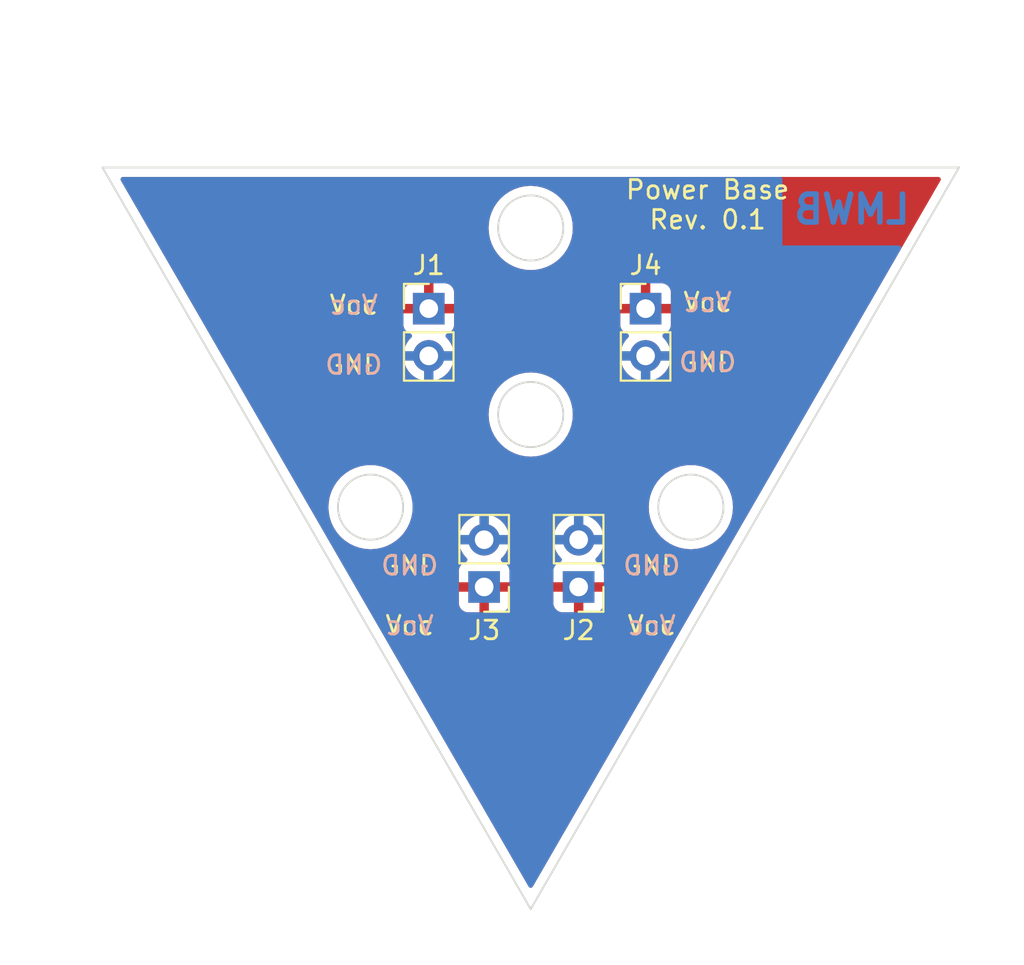
<source format=kicad_pcb>
(kicad_pcb (version 20240108) (generator "pcbnew") (generator_version "8.0")
  (layers (0 "F.Cu" signal) (31 "B.Cu" signal) (34 "B.Paste" user) (35 "F.Paste" user) (36 "B.SilkS" user "B.Silkscreen") (37 "F.SilkS" user "F.Silkscreen") (38 "B.Mask" user) (39 "F.Mask" user) (44 "Edge.Cuts" user))
  (net 0 "")
  (net 1 "+12V")
  (net 2 "GND")
  (footprint "Connector_PinHeader_2.54mm:PinHeader_1x02_P2.54mm_Vertical" (layer "F.Cu") (at 123 83.54 180)
    (property "Reference" "J3" (at 0 -2.33 0) (layer "F.SilkS"))
    (property "Value" "Conn_01x02")
    (fp_line (start 1.33 1.27) (end 1.33 3.87) (stroke (width 0.12)) (layer "F.SilkS"))
    (fp_line (start -1.33 3.87) (end 1.33 3.87) (stroke (width 0.12)) (layer "F.SilkS"))
    (fp_line (start -1.33 1.27) (end 1.33 1.27) (stroke (width 0.12)) (layer "F.SilkS"))
    (fp_line (start -1.33 1.27) (end -1.33 3.87) (stroke (width 0.12)) (layer "F.SilkS"))
    (fp_line (start -1.33 0) (end -1.33 -1.33) (stroke (width 0.12)) (layer "F.SilkS"))
    (fp_line (start -1.33 -1.33) (end 0 -1.33) (stroke (width 0.12)) (layer "F.SilkS"))
    (pad "1" thru_hole rect (at 0 0 180) (size 1.7 1.7) (drill 1) (layers "*.Cu" "*.Mask") (net 1 "+12V"))
    (pad "2" thru_hole oval (at 0 2.54 180) (size 1.7 1.7) (drill 1) (layers "*.Cu" "*.Mask") (net 2 "GND"))
  )
  (footprint "Connector_PinHeader_2.54mm:PinHeader_1x02_P2.54mm_Vertical" (layer "F.Cu") (at 120.025 68.585)
    (property "Reference" "J1" (at 0 -2.33 0) (layer "F.SilkS"))
    (property "Value" "Conn_01x02")
    (fp_line (start -1.33 -1.33) (end 0 -1.33) (stroke (width 0.12)) (layer "F.SilkS"))
    (fp_line (start -1.33 0) (end -1.33 -1.33) (stroke (width 0.12)) (layer "F.SilkS"))
    (fp_line (start -1.33 1.27) (end -1.33 3.87) (stroke (width 0.12)) (layer "F.SilkS"))
    (fp_line (start -1.33 1.27) (end 1.33 1.27) (stroke (width 0.12)) (layer "F.SilkS"))
    (fp_line (start -1.33 3.87) (end 1.33 3.87) (stroke (width 0.12)) (layer "F.SilkS"))
    (fp_line (start 1.33 1.27) (end 1.33 3.87) (stroke (width 0.12)) (layer "F.SilkS"))
    (pad "1" thru_hole rect (at 0 0) (size 1.7 1.7) (drill 1) (layers "*.Cu" "*.Mask") (net 1 "+12V"))
    (pad "2" thru_hole oval (at 0 2.54) (size 1.7 1.7) (drill 1) (layers "*.Cu" "*.Mask") (net 2 "GND"))
  )
  (footprint "Connector_PinHeader_2.54mm:PinHeader_1x02_P2.54mm_Vertical" (layer "F.Cu") (at 131.67 68.585)
    (property "Reference" "J4" (at 0 -2.33 0) (layer "F.SilkS"))
    (property "Value" "Conn_01x02")
    (fp_line (start -1.33 -1.33) (end 0 -1.33) (stroke (width 0.12)) (layer "F.SilkS"))
    (fp_line (start -1.33 0) (end -1.33 -1.33) (stroke (width 0.12)) (layer "F.SilkS"))
    (fp_line (start -1.33 1.27) (end -1.33 3.87) (stroke (width 0.12)) (layer "F.SilkS"))
    (fp_line (start -1.33 1.27) (end 1.33 1.27) (stroke (width 0.12)) (layer "F.SilkS"))
    (fp_line (start -1.33 3.87) (end 1.33 3.87) (stroke (width 0.12)) (layer "F.SilkS"))
    (fp_line (start 1.33 1.27) (end 1.33 3.87) (stroke (width 0.12)) (layer "F.SilkS"))
    (pad "1" thru_hole rect (at 0 0) (size 1.7 1.7) (drill 1) (layers "*.Cu" "*.Mask") (net 1 "+12V"))
    (pad "2" thru_hole oval (at 0 2.54) (size 1.7 1.7) (drill 1) (layers "*.Cu" "*.Mask") (net 2 "GND"))
  )
  (footprint "Connector_PinHeader_2.54mm:PinHeader_1x02_P2.54mm_Vertical" (layer "F.Cu") (at 128.075 83.54 180)
    (property "Reference" "J2" (at 0 -2.33 0) (layer "F.SilkS"))
    (property "Value" "Conn_01x02")
    (fp_line (start 1.33 1.27) (end 1.33 3.87) (stroke (width 0.12)) (layer "F.SilkS"))
    (fp_line (start -1.33 3.87) (end 1.33 3.87) (stroke (width 0.12)) (layer "F.SilkS"))
    (fp_line (start -1.33 1.27) (end 1.33 1.27) (stroke (width 0.12)) (layer "F.SilkS"))
    (fp_line (start -1.33 1.27) (end -1.33 3.87) (stroke (width 0.12)) (layer "F.SilkS"))
    (fp_line (start -1.33 0) (end -1.33 -1.33) (stroke (width 0.12)) (layer "F.SilkS"))
    (fp_line (start -1.33 -1.33) (end 0 -1.33) (stroke (width 0.12)) (layer "F.SilkS"))
    (pad "1" thru_hole rect (at 0 0 180) (size 1.7 1.7) (drill 1) (layers "*.Cu" "*.Mask") (net 1 "+12V"))
    (pad "2" thru_hole oval (at 0 2.54 180) (size 1.7 1.7) (drill 1) (layers "*.Cu" "*.Mask") (net 2 "GND"))
  )
  (gr_circle (center 125.5 64.25) (end 127.25 64.25) (stroke (width 0.1)) (fill none) (layer "Edge.Cuts"))
  (gr_circle (center 134.1 79.25) (end 135.85 79.25) (stroke (width 0.1)) (fill none) (layer "Edge.Cuts"))
  (gr_circle (center 125.5 74.275) (end 127.25 74.275) (stroke (width 0.1)) (fill none) (layer "Edge.Cuts"))
  (gr_line (start 148.5 61) (end 102.5 61) (stroke (width 0.1)) (layer "Edge.Cuts"))
  (gr_line (start 125.5 100.85) (end 102.5 61) (stroke (width 0.1)) (layer "Edge.Cuts"))
  (gr_circle (center 116.9 79.25) (end 118.65 79.25) (stroke (width 0.1)) (fill none) (layer "Edge.Cuts"))
  (gr_line (start 148.5 61) (end 125.5 100.85) (stroke (width 0.1)) (layer "Edge.Cuts"))
  (gr_text "LMWB" (at 142.75 63.25 0) (layer "B.Cu") (effects (font (size 1.5 1.5) (thickness 0.3)) (justify mirror)))
  (gr_text "Vcc\n\nGND" (at 116 70 0) (layer "B.SilkS") (effects (font (size 1 1)) (justify mirror)))
  (gr_text "Vcc\n\nGND" (at 135 69.855 0) (layer "B.SilkS") (effects (font (size 1 1)) (justify mirror)))
  (gr_text "GND\n\nVcc" (at 119 84 0) (layer "B.SilkS") (effects (font (size 1 1)) (justify mirror)))
  (gr_text "GND\n\nVcc" (at 132 84 0) (layer "B.SilkS") (effects (font (size 1 1)) (justify mirror)))
  (gr_text "GND\n\nVcc" (at 132 84 0) (layer "F.SilkS") (effects (font (size 1 1))))
  (gr_text "Vcc\n\nGND" (at 116 70 0) (layer "F.SilkS") (effects (font (size 1 1))))
  (gr_text "Vcc\n\nGND" (at 135 69.855 0) (layer "F.SilkS") (effects (font (size 1 1))))
  (gr_text "Power Base\nRev. 0.1" (at 135 63 0) (layer "F.SilkS") (effects (font (size 1 1))))
  (gr_text "GND\n\nVcc" (at 119 84 0) (layer "F.SilkS") (effects (font (size 1 1))))
  (zone (net 1) (net_name "+12V") (layer "F.Cu") (connect_pads (clearance 0.508)) (min_thickness 0.254) (fill yes (thermal_gap 0.508) (thermal_bridge_width 0.508))
    (polygon (pts (xy 151.1 103.85) (xy 98.9 103.85) (xy 99.2 60.3) (xy 151.4 60.4)))
  )
  (zone (net 2) (net_name "GND") (layer "B.Cu") (connect_pads (clearance 0.508)) (min_thickness 0.254) (fill yes (thermal_gap 0.508) (thermal_bridge_width 0.508))
    (polygon (pts (xy 151 103.6) (xy 97 103.6) (xy 97 58) (xy 152 58)))
  )
)
</source>
